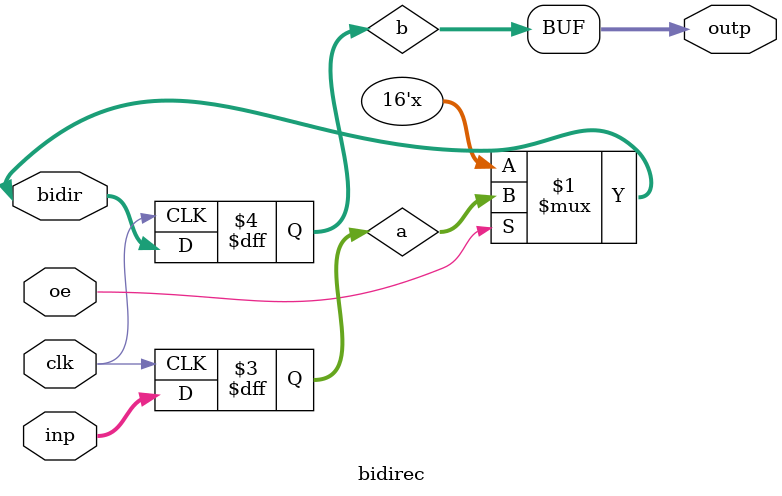
<source format=v>
module bidirec (oe, clk, inp, outp, bidir);

// Port Declaration

input   oe;
input   clk;
input   [15:0] inp;
output  [15:0] outp;
inout   [15:0] bidir;

reg     [15:0] a;
reg     [15:0] b;

assign bidir = oe ? a : 16'bZ ;
assign outp  = b;

// Always Construct

always @ (posedge clk)
begin
    b <= bidir;
    a <= inp;
end

endmodule

</source>
